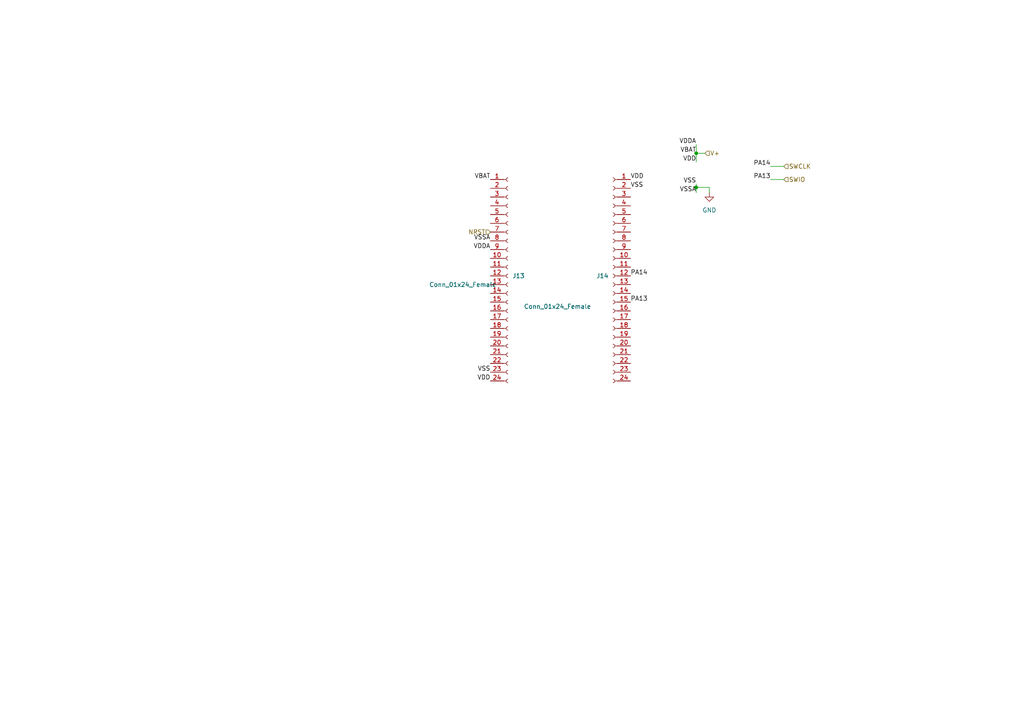
<source format=kicad_sch>
(kicad_sch (version 20231120) (generator "eeschema") (generator_version "8.0")
  (paper "A4")
  (lib_symbols
    (symbol "Connector:Conn_01x24_Female" (pin_names (offset 1.016) hide)
      (property "Reference" "J" (at 0 30.48 0))
      (property "Value" "Conn_01x24_Female" (at 0 -33.02 0))
      (symbol "Conn_01x24_Female_1_1"
        (arc (start 0 -29.972) (mid -0.5058 -30.48) (end 0 -30.988) (stroke (width 0.1524)))
        (arc (start 0 -27.432) (mid -0.5058 -27.94) (end 0 -28.448) (stroke (width 0.1524)))
        (arc (start 0 -24.892) (mid -0.5058 -25.4) (end 0 -25.908) (stroke (width 0.1524)))
        (arc (start 0 -22.352) (mid -0.5058 -22.86) (end 0 -23.368) (stroke (width 0.1524)))
        (arc (start 0 -19.812) (mid -0.5058 -20.32) (end 0 -20.828) (stroke (width 0.1524)))
        (arc (start 0 -17.272) (mid -0.5058 -17.78) (end 0 -18.288) (stroke (width 0.1524)))
        (arc (start 0 -14.732) (mid -0.5058 -15.24) (end 0 -15.748) (stroke (width 0.1524)))
        (arc (start 0 -12.192) (mid -0.5058 -12.7) (end 0 -13.208) (stroke (width 0.1524)))
        (arc (start 0 -9.652) (mid -0.5058 -10.16) (end 0 -10.668) (stroke (width 0.1524)))
        (arc (start 0 -7.112) (mid -0.5058 -7.62) (end 0 -8.128) (stroke (width 0.1524)))
        (arc (start 0 -4.572) (mid -0.5058 -5.08) (end 0 -5.588) (stroke (width 0.1524)))
        (arc (start 0 -2.032) (mid -0.5058 -2.54) (end 0 -3.048) (stroke (width 0.1524)))
        (polyline (pts (xy -1.27 -30.48) (xy -0.508 -30.48)) (stroke (width 0.1524)))
        (polyline (pts (xy -1.27 -27.94) (xy -0.508 -27.94)) (stroke (width 0.1524)))
        (polyline (pts (xy -1.27 -25.4) (xy -0.508 -25.4)) (stroke (width 0.1524)))
        (polyline (pts (xy -1.27 -22.86) (xy -0.508 -22.86)) (stroke (width 0.1524)))
        (polyline (pts (xy -1.27 -20.32) (xy -0.508 -20.32)) (stroke (width 0.1524)))
        (polyline (pts (xy -1.27 -17.78) (xy -0.508 -17.78)) (stroke (width 0.1524)))
        (polyline (pts (xy -1.27 -15.24) (xy -0.508 -15.24)) (stroke (width 0.1524)))
        (polyline (pts (xy -1.27 -12.7) (xy -0.508 -12.7)) (stroke (width 0.1524)))
        (polyline (pts (xy -1.27 -10.16) (xy -0.508 -10.16)) (stroke (width 0.1524)))
        (polyline (pts (xy -1.27 -7.62) (xy -0.508 -7.62)) (stroke (width 0.1524)))
        (polyline (pts (xy -1.27 -5.08) (xy -0.508 -5.08)) (stroke (width 0.1524)))
        (polyline (pts (xy -1.27 -2.54) (xy -0.508 -2.54)) (stroke (width 0.1524)))
        (polyline (pts (xy -1.27 0) (xy -0.508 0)) (stroke (width 0.1524)))
        (polyline (pts (xy -1.27 2.54) (xy -0.508 2.54)) (stroke (width 0.1524)))
        (polyline (pts (xy -1.27 5.08) (xy -0.508 5.08)) (stroke (width 0.1524)))
        (polyline (pts (xy -1.27 7.62) (xy -0.508 7.62)) (stroke (width 0.1524)))
        (polyline (pts (xy -1.27 10.16) (xy -0.508 10.16)) (stroke (width 0.1524)))
        (polyline (pts (xy -1.27 12.7) (xy -0.508 12.7)) (stroke (width 0.1524)))
        (polyline (pts (xy -1.27 15.24) (xy -0.508 15.24)) (stroke (width 0.1524)))
        (polyline (pts (xy -1.27 17.78) (xy -0.508 17.78)) (stroke (width 0.1524)))
        (polyline (pts (xy -1.27 20.32) (xy -0.508 20.32)) (stroke (width 0.1524)))
        (polyline (pts (xy -1.27 22.86) (xy -0.508 22.86)) (stroke (width 0.1524)))
        (polyline (pts (xy -1.27 25.4) (xy -0.508 25.4)) (stroke (width 0.1524)))
        (polyline (pts (xy -1.27 27.94) (xy -0.508 27.94)) (stroke (width 0.1524)))
        (arc (start 0 0.508) (mid -0.5058 0) (end 0 -0.508) (stroke (width 0.1524)))
        (arc (start 0 3.048) (mid -0.5058 2.54) (end 0 2.032) (stroke (width 0.1524)))
        (arc (start 0 5.588) (mid -0.5058 5.08) (end 0 4.572) (stroke (width 0.1524)))
        (arc (start 0 8.128) (mid -0.5058 7.62) (end 0 7.112) (stroke (width 0.1524)))
        (arc (start 0 10.668) (mid -0.5058 10.16) (end 0 9.652) (stroke (width 0.1524)))
        (arc (start 0 13.208) (mid -0.5058 12.7) (end 0 12.192) (stroke (width 0.1524)))
        (arc (start 0 15.748) (mid -0.5058 15.24) (end 0 14.732) (stroke (width 0.1524)))
        (arc (start 0 18.288) (mid -0.5058 17.78) (end 0 17.272) (stroke (width 0.1524)))
        (arc (start 0 20.828) (mid -0.5058 20.32) (end 0 19.812) (stroke (width 0.1524)))
        (arc (start 0 23.368) (mid -0.5058 22.86) (end 0 22.352) (stroke (width 0.1524)))
        (arc (start 0 25.908) (mid -0.5058 25.4) (end 0 24.892) (stroke (width 0.1524)))
        (arc (start 0 28.448) (mid -0.5058 27.94) (end 0 27.432) (stroke (width 0.1524)))
        (pin passive line (at -5.08 27.94 0) (length 3.81) (name "Pin_1") (number "1"))
        (pin passive line (at -5.08 5.08 0) (length 3.81) (name "Pin_10") (number "10"))
        (pin passive line (at -5.08 2.54 0) (length 3.81) (name "Pin_11") (number "11"))
        (pin passive line (at -5.08 0 0) (length 3.81) (name "Pin_12") (number "12"))
        (pin passive line (at -5.08 -2.54 0) (length 3.81) (name "Pin_13") (number "13"))
        (pin passive line (at -5.08 -5.08 0) (length 3.81) (name "Pin_14") (number "14"))
        (pin passive line (at -5.08 -7.62 0) (length 3.81) (name "Pin_15") (number "15"))
        (pin passive line (at -5.08 -10.16 0) (length 3.81) (name "Pin_16") (number "16"))
        (pin passive line (at -5.08 -12.7 0) (length 3.81) (name "Pin_17") (number "17"))
        (pin passive line (at -5.08 -15.24 0) (length 3.81) (name "Pin_18") (number "18"))
        (pin passive line (at -5.08 -17.78 0) (length 3.81) (name "Pin_19") (number "19"))
        (pin passive line (at -5.08 25.4 0) (length 3.81) (name "Pin_2") (number "2"))
        (pin passive line (at -5.08 -20.32 0) (length 3.81) (name "Pin_20") (number "20"))
        (pin passive line (at -5.08 -22.86 0) (length 3.81) (name "Pin_21") (number "21"))
        (pin passive line (at -5.08 -25.4 0) (length 3.81) (name "Pin_22") (number "22"))
        (pin passive line (at -5.08 -27.94 0) (length 3.81) (name "Pin_23") (number "23"))
        (pin passive line (at -5.08 -30.48 0) (length 3.81) (name "Pin_24") (number "24"))
        (pin passive line (at -5.08 22.86 0) (length 3.81) (name "Pin_3") (number "3"))
        (pin passive line (at -5.08 20.32 0) (length 3.81) (name "Pin_4") (number "4"))
        (pin passive line (at -5.08 17.78 0) (length 3.81) (name "Pin_5") (number "5"))
        (pin passive line (at -5.08 15.24 0) (length 3.81) (name "Pin_6") (number "6"))
        (pin passive line (at -5.08 12.7 0) (length 3.81) (name "Pin_7") (number "7"))
        (pin passive line (at -5.08 10.16 0) (length 3.81) (name "Pin_8") (number "8"))
        (pin passive line (at -5.08 7.62 0) (length 3.81) (name "Pin_9") (number "9"))
      )
    )
    (symbol "power:GND" (power) (pin_numbers hide) (pin_names (offset 0) hide)
      (property "Value" "GND" (at 0 -3.81 0))
      (symbol "GND_0_1"
        (polyline (pts (xy 0 0) (xy 0 -1.27) (xy 1.27 -1.27) (xy 0 -2.54) (xy -1.27 -1.27) (xy 0 -1.27)))
      )
      (symbol "GND_1_1"
        (pin power_in line (at 0 0 270) (length 0) (name "~") (number "1"))
      )
    )
  )
  (junction (at 201.93 54.356))
  (junction (at 201.93 44.45))
  (wire (pts (xy 201.93 53.34) (xy 201.93 54.356)))
  (wire (pts (xy 201.93 44.45) (xy 201.93 46.99)))
  (wire (pts (xy 223.52 48.26) (xy 227.33 48.26)))
  (wire (pts (xy 201.93 54.356) (xy 205.74 54.356)))
  (wire (pts (xy 223.52 52.07) (xy 227.33 52.07)))
  (wire (pts (xy 205.74 54.356) (xy 205.74 55.88)))
  (wire (pts (xy 201.93 54.356) (xy 201.93 55.88)))
  (wire (pts (xy 201.93 41.91) (xy 201.93 44.45)))
  (wire (pts (xy 204.47 44.45) (xy 201.93 44.45)))
  (label "VSS" (at 142.24 107.95 180))
  (label "VSSA" (at 142.24 69.85 180))
  (label "VSS" (at 201.93 53.34 180))
  (label "VDD" (at 201.93 46.99 180))
  (label "VSSA" (at 201.93 55.88 180))
  (label "VBAT" (at 142.24 52.07 180))
  (label "PA14" (at 223.52 48.26 180))
  (label "VDD" (at 182.88 52.07 0))
  (label "VDDA" (at 201.93 41.91 180))
  (label "PA14" (at 182.88 80.01 0))
  (label "VSS" (at 182.88 54.61 0))
  (label "VDD" (at 142.24 110.49 180))
  (label "VDDA" (at 142.24 72.39 180))
  (label "VBAT" (at 201.93 44.45 180))
  (label "PA13" (at 223.52 52.07 180))
  (label "PA13" (at 182.88 87.63 0))
  (hierarchical_label "V+" (shape input) (at 204.47 44.45 0))
  (hierarchical_label "NRST" (shape input) (at 142.24 67.31 180))
  (hierarchical_label "SWIO" (shape input) (at 227.33 52.07 0))
  (hierarchical_label "SWCLK" (shape input) (at 227.33 48.26 0))
  (symbol (lib_id "power:GND") (at 205.74 55.88 0) (unit 1)
    (property "Reference" "#PWR03" (effects (hide yes)))
    (property "Value" "GND" (at 205.74 60.96 0))
    (property "Description" "Power symbol creates a global label with name \"GND\" , ground" (effects (hide yes)))
  )
  (symbol (lib_id "Connector:Conn_01x24_Female") (at 147.32 80.01 0) (unit 1)
    (property "Reference" "J13" (at 148.59 80.0099 0) (effects (justify left)))
    (property "Value" "Conn_01x24_Female" (at 124.46 82.55 0) (effects (justify left)))
    (property "Footprint" "Connector_PinSocket_2.54mm:PinSocket_1x24_P2.54mm_Vertical" (effects (hide yes)))
    (property "populate" "0" (effects (hide yes)))
  )
  (symbol (lib_id "Connector:Conn_01x24_Female") (at 177.8 80.01 0) (mirror y) (unit 1)
    (property "Reference" "J14" (at 176.53 80.0099 0) (effects (justify left)))
    (property "Value" "Conn_01x24_Female" (at 171.45 88.9 0) (effects (justify left)))
    (property "Footprint" "Connector_PinSocket_2.54mm:PinSocket_1x24_P2.54mm_Vertical" (effects (hide yes)))
    (property "populate" "0" (effects (hide yes)))
  )
)
</source>
